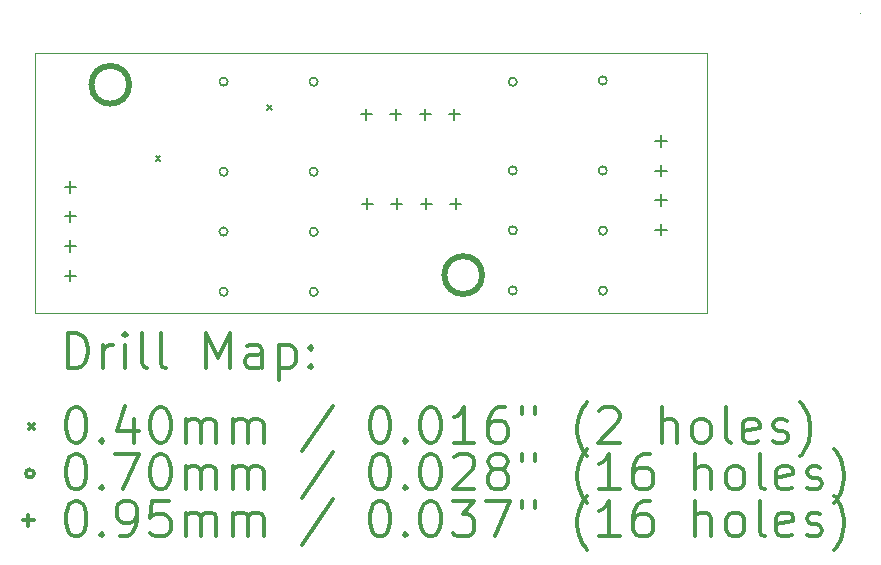
<source format=gbr>
%FSLAX45Y45*%
G04 Gerber Fmt 4.5, Leading zero omitted, Abs format (unit mm)*
G04 Created by KiCad (PCBNEW (5.1.2)-2) date 2020-12-09 13:32:42*
%MOMM*%
%LPD*%
G04 APERTURE LIST*
%ADD10C,0.500000*%
%ADD11C,0.100000*%
%ADD12C,0.050000*%
%ADD13C,0.200000*%
%ADD14C,0.300000*%
G04 APERTURE END LIST*
D10*
X12679660Y-6666484D02*
G75*
G03X12679660Y-6666484I-160000J0D01*
G01*
X9691096Y-5055128D02*
G75*
G03X9691096Y-5055128I-160000J0D01*
G01*
D11*
X8890000Y-4787900D02*
X8890000Y-6985000D01*
X14579600Y-4787900D02*
X8890000Y-4787900D01*
X14579600Y-6985000D02*
X14579600Y-4787900D01*
X8890000Y-6985000D02*
X14579600Y-6985000D01*
D12*
X15875000Y-4451350D02*
X15875000Y-4451350D01*
D13*
X9914448Y-5657408D02*
X9954448Y-5697408D01*
X9954448Y-5657408D02*
X9914448Y-5697408D01*
X10861868Y-5230180D02*
X10901868Y-5270180D01*
X10901868Y-5230180D02*
X10861868Y-5270180D01*
X12973760Y-5029000D02*
G75*
G03X12973760Y-5029000I-35000J0D01*
G01*
X12973760Y-5781040D02*
G75*
G03X12973760Y-5781040I-35000J0D01*
G01*
X12973760Y-6288040D02*
G75*
G03X12973760Y-6288040I-35000J0D01*
G01*
X12973760Y-6797040D02*
G75*
G03X12973760Y-6797040I-35000J0D01*
G01*
X13735760Y-5019040D02*
G75*
G03X13735760Y-5019040I-35000J0D01*
G01*
X13735760Y-5781040D02*
G75*
G03X13735760Y-5781040I-35000J0D01*
G01*
X13736760Y-6290040D02*
G75*
G03X13736760Y-6290040I-35000J0D01*
G01*
X13736760Y-6798040D02*
G75*
G03X13736760Y-6798040I-35000J0D01*
G01*
X10525200Y-5029000D02*
G75*
G03X10525200Y-5029000I-35000J0D01*
G01*
X10525200Y-5791200D02*
G75*
G03X10525200Y-5791200I-35000J0D01*
G01*
X10525200Y-6298200D02*
G75*
G03X10525200Y-6298200I-35000J0D01*
G01*
X10525200Y-6807200D02*
G75*
G03X10525200Y-6807200I-35000J0D01*
G01*
X11287200Y-5029200D02*
G75*
G03X11287200Y-5029200I-35000J0D01*
G01*
X11287200Y-5791200D02*
G75*
G03X11287200Y-5791200I-35000J0D01*
G01*
X11288200Y-6300200D02*
G75*
G03X11288200Y-6300200I-35000J0D01*
G01*
X11288200Y-6808200D02*
G75*
G03X11288200Y-6808200I-35000J0D01*
G01*
X14193520Y-5483920D02*
X14193520Y-5578920D01*
X14146020Y-5531420D02*
X14241020Y-5531420D01*
X14193520Y-5733920D02*
X14193520Y-5828920D01*
X14146020Y-5781420D02*
X14241020Y-5781420D01*
X14193520Y-5983920D02*
X14193520Y-6078920D01*
X14146020Y-6031420D02*
X14241020Y-6031420D01*
X14193520Y-6233920D02*
X14193520Y-6328920D01*
X14146020Y-6281420D02*
X14241020Y-6281420D01*
X11706160Y-6012940D02*
X11706160Y-6107940D01*
X11658660Y-6060440D02*
X11753660Y-6060440D01*
X11956160Y-6012940D02*
X11956160Y-6107940D01*
X11908660Y-6060440D02*
X12003660Y-6060440D01*
X12206160Y-6012940D02*
X12206160Y-6107940D01*
X12158660Y-6060440D02*
X12253660Y-6060440D01*
X12456640Y-6012940D02*
X12456640Y-6107940D01*
X12409140Y-6060440D02*
X12504140Y-6060440D01*
X9192260Y-5872540D02*
X9192260Y-5967540D01*
X9144760Y-5920040D02*
X9239760Y-5920040D01*
X9192260Y-6122540D02*
X9192260Y-6217540D01*
X9144760Y-6170040D02*
X9239760Y-6170040D01*
X9192260Y-6372540D02*
X9192260Y-6467540D01*
X9144760Y-6420040D02*
X9239760Y-6420040D01*
X9192260Y-6622540D02*
X9192260Y-6717540D01*
X9144760Y-6670040D02*
X9239760Y-6670040D01*
X11698540Y-5256020D02*
X11698540Y-5351020D01*
X11651040Y-5303520D02*
X11746040Y-5303520D01*
X11948540Y-5256020D02*
X11948540Y-5351020D01*
X11901040Y-5303520D02*
X11996040Y-5303520D01*
X12198540Y-5256020D02*
X12198540Y-5351020D01*
X12151040Y-5303520D02*
X12246040Y-5303520D01*
X12443940Y-5256020D02*
X12443940Y-5351020D01*
X12396440Y-5303520D02*
X12491440Y-5303520D01*
D14*
X9171428Y-7455714D02*
X9171428Y-7155714D01*
X9242857Y-7155714D01*
X9285714Y-7170000D01*
X9314286Y-7198571D01*
X9328571Y-7227143D01*
X9342857Y-7284286D01*
X9342857Y-7327143D01*
X9328571Y-7384286D01*
X9314286Y-7412857D01*
X9285714Y-7441429D01*
X9242857Y-7455714D01*
X9171428Y-7455714D01*
X9471428Y-7455714D02*
X9471428Y-7255714D01*
X9471428Y-7312857D02*
X9485714Y-7284286D01*
X9500000Y-7270000D01*
X9528571Y-7255714D01*
X9557143Y-7255714D01*
X9657143Y-7455714D02*
X9657143Y-7255714D01*
X9657143Y-7155714D02*
X9642857Y-7170000D01*
X9657143Y-7184286D01*
X9671428Y-7170000D01*
X9657143Y-7155714D01*
X9657143Y-7184286D01*
X9842857Y-7455714D02*
X9814286Y-7441429D01*
X9800000Y-7412857D01*
X9800000Y-7155714D01*
X10000000Y-7455714D02*
X9971428Y-7441429D01*
X9957143Y-7412857D01*
X9957143Y-7155714D01*
X10342857Y-7455714D02*
X10342857Y-7155714D01*
X10442857Y-7370000D01*
X10542857Y-7155714D01*
X10542857Y-7455714D01*
X10814286Y-7455714D02*
X10814286Y-7298571D01*
X10800000Y-7270000D01*
X10771428Y-7255714D01*
X10714286Y-7255714D01*
X10685714Y-7270000D01*
X10814286Y-7441429D02*
X10785714Y-7455714D01*
X10714286Y-7455714D01*
X10685714Y-7441429D01*
X10671428Y-7412857D01*
X10671428Y-7384286D01*
X10685714Y-7355714D01*
X10714286Y-7341429D01*
X10785714Y-7341429D01*
X10814286Y-7327143D01*
X10957143Y-7255714D02*
X10957143Y-7555714D01*
X10957143Y-7270000D02*
X10985714Y-7255714D01*
X11042857Y-7255714D01*
X11071428Y-7270000D01*
X11085714Y-7284286D01*
X11100000Y-7312857D01*
X11100000Y-7398571D01*
X11085714Y-7427143D01*
X11071428Y-7441429D01*
X11042857Y-7455714D01*
X10985714Y-7455714D01*
X10957143Y-7441429D01*
X11228571Y-7427143D02*
X11242857Y-7441429D01*
X11228571Y-7455714D01*
X11214286Y-7441429D01*
X11228571Y-7427143D01*
X11228571Y-7455714D01*
X11228571Y-7270000D02*
X11242857Y-7284286D01*
X11228571Y-7298571D01*
X11214286Y-7284286D01*
X11228571Y-7270000D01*
X11228571Y-7298571D01*
X8845000Y-7930000D02*
X8885000Y-7970000D01*
X8885000Y-7930000D02*
X8845000Y-7970000D01*
X9228571Y-7785714D02*
X9257143Y-7785714D01*
X9285714Y-7800000D01*
X9300000Y-7814286D01*
X9314286Y-7842857D01*
X9328571Y-7900000D01*
X9328571Y-7971429D01*
X9314286Y-8028571D01*
X9300000Y-8057143D01*
X9285714Y-8071429D01*
X9257143Y-8085714D01*
X9228571Y-8085714D01*
X9200000Y-8071429D01*
X9185714Y-8057143D01*
X9171428Y-8028571D01*
X9157143Y-7971429D01*
X9157143Y-7900000D01*
X9171428Y-7842857D01*
X9185714Y-7814286D01*
X9200000Y-7800000D01*
X9228571Y-7785714D01*
X9457143Y-8057143D02*
X9471428Y-8071429D01*
X9457143Y-8085714D01*
X9442857Y-8071429D01*
X9457143Y-8057143D01*
X9457143Y-8085714D01*
X9728571Y-7885714D02*
X9728571Y-8085714D01*
X9657143Y-7771429D02*
X9585714Y-7985714D01*
X9771428Y-7985714D01*
X9942857Y-7785714D02*
X9971428Y-7785714D01*
X10000000Y-7800000D01*
X10014286Y-7814286D01*
X10028571Y-7842857D01*
X10042857Y-7900000D01*
X10042857Y-7971429D01*
X10028571Y-8028571D01*
X10014286Y-8057143D01*
X10000000Y-8071429D01*
X9971428Y-8085714D01*
X9942857Y-8085714D01*
X9914286Y-8071429D01*
X9900000Y-8057143D01*
X9885714Y-8028571D01*
X9871428Y-7971429D01*
X9871428Y-7900000D01*
X9885714Y-7842857D01*
X9900000Y-7814286D01*
X9914286Y-7800000D01*
X9942857Y-7785714D01*
X10171428Y-8085714D02*
X10171428Y-7885714D01*
X10171428Y-7914286D02*
X10185714Y-7900000D01*
X10214286Y-7885714D01*
X10257143Y-7885714D01*
X10285714Y-7900000D01*
X10300000Y-7928571D01*
X10300000Y-8085714D01*
X10300000Y-7928571D02*
X10314286Y-7900000D01*
X10342857Y-7885714D01*
X10385714Y-7885714D01*
X10414286Y-7900000D01*
X10428571Y-7928571D01*
X10428571Y-8085714D01*
X10571428Y-8085714D02*
X10571428Y-7885714D01*
X10571428Y-7914286D02*
X10585714Y-7900000D01*
X10614286Y-7885714D01*
X10657143Y-7885714D01*
X10685714Y-7900000D01*
X10700000Y-7928571D01*
X10700000Y-8085714D01*
X10700000Y-7928571D02*
X10714286Y-7900000D01*
X10742857Y-7885714D01*
X10785714Y-7885714D01*
X10814286Y-7900000D01*
X10828571Y-7928571D01*
X10828571Y-8085714D01*
X11414286Y-7771429D02*
X11157143Y-8157143D01*
X11800000Y-7785714D02*
X11828571Y-7785714D01*
X11857143Y-7800000D01*
X11871428Y-7814286D01*
X11885714Y-7842857D01*
X11900000Y-7900000D01*
X11900000Y-7971429D01*
X11885714Y-8028571D01*
X11871428Y-8057143D01*
X11857143Y-8071429D01*
X11828571Y-8085714D01*
X11800000Y-8085714D01*
X11771428Y-8071429D01*
X11757143Y-8057143D01*
X11742857Y-8028571D01*
X11728571Y-7971429D01*
X11728571Y-7900000D01*
X11742857Y-7842857D01*
X11757143Y-7814286D01*
X11771428Y-7800000D01*
X11800000Y-7785714D01*
X12028571Y-8057143D02*
X12042857Y-8071429D01*
X12028571Y-8085714D01*
X12014286Y-8071429D01*
X12028571Y-8057143D01*
X12028571Y-8085714D01*
X12228571Y-7785714D02*
X12257143Y-7785714D01*
X12285714Y-7800000D01*
X12300000Y-7814286D01*
X12314286Y-7842857D01*
X12328571Y-7900000D01*
X12328571Y-7971429D01*
X12314286Y-8028571D01*
X12300000Y-8057143D01*
X12285714Y-8071429D01*
X12257143Y-8085714D01*
X12228571Y-8085714D01*
X12200000Y-8071429D01*
X12185714Y-8057143D01*
X12171428Y-8028571D01*
X12157143Y-7971429D01*
X12157143Y-7900000D01*
X12171428Y-7842857D01*
X12185714Y-7814286D01*
X12200000Y-7800000D01*
X12228571Y-7785714D01*
X12614286Y-8085714D02*
X12442857Y-8085714D01*
X12528571Y-8085714D02*
X12528571Y-7785714D01*
X12500000Y-7828571D01*
X12471428Y-7857143D01*
X12442857Y-7871429D01*
X12871428Y-7785714D02*
X12814286Y-7785714D01*
X12785714Y-7800000D01*
X12771428Y-7814286D01*
X12742857Y-7857143D01*
X12728571Y-7914286D01*
X12728571Y-8028571D01*
X12742857Y-8057143D01*
X12757143Y-8071429D01*
X12785714Y-8085714D01*
X12842857Y-8085714D01*
X12871428Y-8071429D01*
X12885714Y-8057143D01*
X12900000Y-8028571D01*
X12900000Y-7957143D01*
X12885714Y-7928571D01*
X12871428Y-7914286D01*
X12842857Y-7900000D01*
X12785714Y-7900000D01*
X12757143Y-7914286D01*
X12742857Y-7928571D01*
X12728571Y-7957143D01*
X13014286Y-7785714D02*
X13014286Y-7842857D01*
X13128571Y-7785714D02*
X13128571Y-7842857D01*
X13571428Y-8200000D02*
X13557143Y-8185714D01*
X13528571Y-8142857D01*
X13514286Y-8114286D01*
X13500000Y-8071429D01*
X13485714Y-8000000D01*
X13485714Y-7942857D01*
X13500000Y-7871429D01*
X13514286Y-7828571D01*
X13528571Y-7800000D01*
X13557143Y-7757143D01*
X13571428Y-7742857D01*
X13671428Y-7814286D02*
X13685714Y-7800000D01*
X13714286Y-7785714D01*
X13785714Y-7785714D01*
X13814286Y-7800000D01*
X13828571Y-7814286D01*
X13842857Y-7842857D01*
X13842857Y-7871429D01*
X13828571Y-7914286D01*
X13657143Y-8085714D01*
X13842857Y-8085714D01*
X14200000Y-8085714D02*
X14200000Y-7785714D01*
X14328571Y-8085714D02*
X14328571Y-7928571D01*
X14314286Y-7900000D01*
X14285714Y-7885714D01*
X14242857Y-7885714D01*
X14214286Y-7900000D01*
X14200000Y-7914286D01*
X14514286Y-8085714D02*
X14485714Y-8071429D01*
X14471428Y-8057143D01*
X14457143Y-8028571D01*
X14457143Y-7942857D01*
X14471428Y-7914286D01*
X14485714Y-7900000D01*
X14514286Y-7885714D01*
X14557143Y-7885714D01*
X14585714Y-7900000D01*
X14600000Y-7914286D01*
X14614286Y-7942857D01*
X14614286Y-8028571D01*
X14600000Y-8057143D01*
X14585714Y-8071429D01*
X14557143Y-8085714D01*
X14514286Y-8085714D01*
X14785714Y-8085714D02*
X14757143Y-8071429D01*
X14742857Y-8042857D01*
X14742857Y-7785714D01*
X15014286Y-8071429D02*
X14985714Y-8085714D01*
X14928571Y-8085714D01*
X14900000Y-8071429D01*
X14885714Y-8042857D01*
X14885714Y-7928571D01*
X14900000Y-7900000D01*
X14928571Y-7885714D01*
X14985714Y-7885714D01*
X15014286Y-7900000D01*
X15028571Y-7928571D01*
X15028571Y-7957143D01*
X14885714Y-7985714D01*
X15142857Y-8071429D02*
X15171428Y-8085714D01*
X15228571Y-8085714D01*
X15257143Y-8071429D01*
X15271428Y-8042857D01*
X15271428Y-8028571D01*
X15257143Y-8000000D01*
X15228571Y-7985714D01*
X15185714Y-7985714D01*
X15157143Y-7971429D01*
X15142857Y-7942857D01*
X15142857Y-7928571D01*
X15157143Y-7900000D01*
X15185714Y-7885714D01*
X15228571Y-7885714D01*
X15257143Y-7900000D01*
X15371428Y-8200000D02*
X15385714Y-8185714D01*
X15414286Y-8142857D01*
X15428571Y-8114286D01*
X15442857Y-8071429D01*
X15457143Y-8000000D01*
X15457143Y-7942857D01*
X15442857Y-7871429D01*
X15428571Y-7828571D01*
X15414286Y-7800000D01*
X15385714Y-7757143D01*
X15371428Y-7742857D01*
X8885000Y-8346000D02*
G75*
G03X8885000Y-8346000I-35000J0D01*
G01*
X9228571Y-8181714D02*
X9257143Y-8181714D01*
X9285714Y-8196000D01*
X9300000Y-8210286D01*
X9314286Y-8238857D01*
X9328571Y-8296000D01*
X9328571Y-8367429D01*
X9314286Y-8424572D01*
X9300000Y-8453143D01*
X9285714Y-8467429D01*
X9257143Y-8481714D01*
X9228571Y-8481714D01*
X9200000Y-8467429D01*
X9185714Y-8453143D01*
X9171428Y-8424572D01*
X9157143Y-8367429D01*
X9157143Y-8296000D01*
X9171428Y-8238857D01*
X9185714Y-8210286D01*
X9200000Y-8196000D01*
X9228571Y-8181714D01*
X9457143Y-8453143D02*
X9471428Y-8467429D01*
X9457143Y-8481714D01*
X9442857Y-8467429D01*
X9457143Y-8453143D01*
X9457143Y-8481714D01*
X9571428Y-8181714D02*
X9771428Y-8181714D01*
X9642857Y-8481714D01*
X9942857Y-8181714D02*
X9971428Y-8181714D01*
X10000000Y-8196000D01*
X10014286Y-8210286D01*
X10028571Y-8238857D01*
X10042857Y-8296000D01*
X10042857Y-8367429D01*
X10028571Y-8424572D01*
X10014286Y-8453143D01*
X10000000Y-8467429D01*
X9971428Y-8481714D01*
X9942857Y-8481714D01*
X9914286Y-8467429D01*
X9900000Y-8453143D01*
X9885714Y-8424572D01*
X9871428Y-8367429D01*
X9871428Y-8296000D01*
X9885714Y-8238857D01*
X9900000Y-8210286D01*
X9914286Y-8196000D01*
X9942857Y-8181714D01*
X10171428Y-8481714D02*
X10171428Y-8281714D01*
X10171428Y-8310286D02*
X10185714Y-8296000D01*
X10214286Y-8281714D01*
X10257143Y-8281714D01*
X10285714Y-8296000D01*
X10300000Y-8324571D01*
X10300000Y-8481714D01*
X10300000Y-8324571D02*
X10314286Y-8296000D01*
X10342857Y-8281714D01*
X10385714Y-8281714D01*
X10414286Y-8296000D01*
X10428571Y-8324571D01*
X10428571Y-8481714D01*
X10571428Y-8481714D02*
X10571428Y-8281714D01*
X10571428Y-8310286D02*
X10585714Y-8296000D01*
X10614286Y-8281714D01*
X10657143Y-8281714D01*
X10685714Y-8296000D01*
X10700000Y-8324571D01*
X10700000Y-8481714D01*
X10700000Y-8324571D02*
X10714286Y-8296000D01*
X10742857Y-8281714D01*
X10785714Y-8281714D01*
X10814286Y-8296000D01*
X10828571Y-8324571D01*
X10828571Y-8481714D01*
X11414286Y-8167429D02*
X11157143Y-8553143D01*
X11800000Y-8181714D02*
X11828571Y-8181714D01*
X11857143Y-8196000D01*
X11871428Y-8210286D01*
X11885714Y-8238857D01*
X11900000Y-8296000D01*
X11900000Y-8367429D01*
X11885714Y-8424572D01*
X11871428Y-8453143D01*
X11857143Y-8467429D01*
X11828571Y-8481714D01*
X11800000Y-8481714D01*
X11771428Y-8467429D01*
X11757143Y-8453143D01*
X11742857Y-8424572D01*
X11728571Y-8367429D01*
X11728571Y-8296000D01*
X11742857Y-8238857D01*
X11757143Y-8210286D01*
X11771428Y-8196000D01*
X11800000Y-8181714D01*
X12028571Y-8453143D02*
X12042857Y-8467429D01*
X12028571Y-8481714D01*
X12014286Y-8467429D01*
X12028571Y-8453143D01*
X12028571Y-8481714D01*
X12228571Y-8181714D02*
X12257143Y-8181714D01*
X12285714Y-8196000D01*
X12300000Y-8210286D01*
X12314286Y-8238857D01*
X12328571Y-8296000D01*
X12328571Y-8367429D01*
X12314286Y-8424572D01*
X12300000Y-8453143D01*
X12285714Y-8467429D01*
X12257143Y-8481714D01*
X12228571Y-8481714D01*
X12200000Y-8467429D01*
X12185714Y-8453143D01*
X12171428Y-8424572D01*
X12157143Y-8367429D01*
X12157143Y-8296000D01*
X12171428Y-8238857D01*
X12185714Y-8210286D01*
X12200000Y-8196000D01*
X12228571Y-8181714D01*
X12442857Y-8210286D02*
X12457143Y-8196000D01*
X12485714Y-8181714D01*
X12557143Y-8181714D01*
X12585714Y-8196000D01*
X12600000Y-8210286D01*
X12614286Y-8238857D01*
X12614286Y-8267429D01*
X12600000Y-8310286D01*
X12428571Y-8481714D01*
X12614286Y-8481714D01*
X12785714Y-8310286D02*
X12757143Y-8296000D01*
X12742857Y-8281714D01*
X12728571Y-8253143D01*
X12728571Y-8238857D01*
X12742857Y-8210286D01*
X12757143Y-8196000D01*
X12785714Y-8181714D01*
X12842857Y-8181714D01*
X12871428Y-8196000D01*
X12885714Y-8210286D01*
X12900000Y-8238857D01*
X12900000Y-8253143D01*
X12885714Y-8281714D01*
X12871428Y-8296000D01*
X12842857Y-8310286D01*
X12785714Y-8310286D01*
X12757143Y-8324571D01*
X12742857Y-8338857D01*
X12728571Y-8367429D01*
X12728571Y-8424572D01*
X12742857Y-8453143D01*
X12757143Y-8467429D01*
X12785714Y-8481714D01*
X12842857Y-8481714D01*
X12871428Y-8467429D01*
X12885714Y-8453143D01*
X12900000Y-8424572D01*
X12900000Y-8367429D01*
X12885714Y-8338857D01*
X12871428Y-8324571D01*
X12842857Y-8310286D01*
X13014286Y-8181714D02*
X13014286Y-8238857D01*
X13128571Y-8181714D02*
X13128571Y-8238857D01*
X13571428Y-8596000D02*
X13557143Y-8581714D01*
X13528571Y-8538857D01*
X13514286Y-8510286D01*
X13500000Y-8467429D01*
X13485714Y-8396000D01*
X13485714Y-8338857D01*
X13500000Y-8267429D01*
X13514286Y-8224571D01*
X13528571Y-8196000D01*
X13557143Y-8153143D01*
X13571428Y-8138857D01*
X13842857Y-8481714D02*
X13671428Y-8481714D01*
X13757143Y-8481714D02*
X13757143Y-8181714D01*
X13728571Y-8224571D01*
X13700000Y-8253143D01*
X13671428Y-8267429D01*
X14100000Y-8181714D02*
X14042857Y-8181714D01*
X14014286Y-8196000D01*
X14000000Y-8210286D01*
X13971428Y-8253143D01*
X13957143Y-8310286D01*
X13957143Y-8424572D01*
X13971428Y-8453143D01*
X13985714Y-8467429D01*
X14014286Y-8481714D01*
X14071428Y-8481714D01*
X14100000Y-8467429D01*
X14114286Y-8453143D01*
X14128571Y-8424572D01*
X14128571Y-8353143D01*
X14114286Y-8324571D01*
X14100000Y-8310286D01*
X14071428Y-8296000D01*
X14014286Y-8296000D01*
X13985714Y-8310286D01*
X13971428Y-8324571D01*
X13957143Y-8353143D01*
X14485714Y-8481714D02*
X14485714Y-8181714D01*
X14614286Y-8481714D02*
X14614286Y-8324571D01*
X14600000Y-8296000D01*
X14571428Y-8281714D01*
X14528571Y-8281714D01*
X14500000Y-8296000D01*
X14485714Y-8310286D01*
X14800000Y-8481714D02*
X14771428Y-8467429D01*
X14757143Y-8453143D01*
X14742857Y-8424572D01*
X14742857Y-8338857D01*
X14757143Y-8310286D01*
X14771428Y-8296000D01*
X14800000Y-8281714D01*
X14842857Y-8281714D01*
X14871428Y-8296000D01*
X14885714Y-8310286D01*
X14900000Y-8338857D01*
X14900000Y-8424572D01*
X14885714Y-8453143D01*
X14871428Y-8467429D01*
X14842857Y-8481714D01*
X14800000Y-8481714D01*
X15071428Y-8481714D02*
X15042857Y-8467429D01*
X15028571Y-8438857D01*
X15028571Y-8181714D01*
X15300000Y-8467429D02*
X15271428Y-8481714D01*
X15214286Y-8481714D01*
X15185714Y-8467429D01*
X15171428Y-8438857D01*
X15171428Y-8324571D01*
X15185714Y-8296000D01*
X15214286Y-8281714D01*
X15271428Y-8281714D01*
X15300000Y-8296000D01*
X15314286Y-8324571D01*
X15314286Y-8353143D01*
X15171428Y-8381714D01*
X15428571Y-8467429D02*
X15457143Y-8481714D01*
X15514286Y-8481714D01*
X15542857Y-8467429D01*
X15557143Y-8438857D01*
X15557143Y-8424572D01*
X15542857Y-8396000D01*
X15514286Y-8381714D01*
X15471428Y-8381714D01*
X15442857Y-8367429D01*
X15428571Y-8338857D01*
X15428571Y-8324571D01*
X15442857Y-8296000D01*
X15471428Y-8281714D01*
X15514286Y-8281714D01*
X15542857Y-8296000D01*
X15657143Y-8596000D02*
X15671428Y-8581714D01*
X15700000Y-8538857D01*
X15714286Y-8510286D01*
X15728571Y-8467429D01*
X15742857Y-8396000D01*
X15742857Y-8338857D01*
X15728571Y-8267429D01*
X15714286Y-8224571D01*
X15700000Y-8196000D01*
X15671428Y-8153143D01*
X15657143Y-8138857D01*
X8837500Y-8694500D02*
X8837500Y-8789500D01*
X8790000Y-8742000D02*
X8885000Y-8742000D01*
X9228571Y-8577714D02*
X9257143Y-8577714D01*
X9285714Y-8592000D01*
X9300000Y-8606286D01*
X9314286Y-8634857D01*
X9328571Y-8692000D01*
X9328571Y-8763429D01*
X9314286Y-8820572D01*
X9300000Y-8849143D01*
X9285714Y-8863429D01*
X9257143Y-8877714D01*
X9228571Y-8877714D01*
X9200000Y-8863429D01*
X9185714Y-8849143D01*
X9171428Y-8820572D01*
X9157143Y-8763429D01*
X9157143Y-8692000D01*
X9171428Y-8634857D01*
X9185714Y-8606286D01*
X9200000Y-8592000D01*
X9228571Y-8577714D01*
X9457143Y-8849143D02*
X9471428Y-8863429D01*
X9457143Y-8877714D01*
X9442857Y-8863429D01*
X9457143Y-8849143D01*
X9457143Y-8877714D01*
X9614286Y-8877714D02*
X9671428Y-8877714D01*
X9700000Y-8863429D01*
X9714286Y-8849143D01*
X9742857Y-8806286D01*
X9757143Y-8749143D01*
X9757143Y-8634857D01*
X9742857Y-8606286D01*
X9728571Y-8592000D01*
X9700000Y-8577714D01*
X9642857Y-8577714D01*
X9614286Y-8592000D01*
X9600000Y-8606286D01*
X9585714Y-8634857D01*
X9585714Y-8706286D01*
X9600000Y-8734857D01*
X9614286Y-8749143D01*
X9642857Y-8763429D01*
X9700000Y-8763429D01*
X9728571Y-8749143D01*
X9742857Y-8734857D01*
X9757143Y-8706286D01*
X10028571Y-8577714D02*
X9885714Y-8577714D01*
X9871428Y-8720572D01*
X9885714Y-8706286D01*
X9914286Y-8692000D01*
X9985714Y-8692000D01*
X10014286Y-8706286D01*
X10028571Y-8720572D01*
X10042857Y-8749143D01*
X10042857Y-8820572D01*
X10028571Y-8849143D01*
X10014286Y-8863429D01*
X9985714Y-8877714D01*
X9914286Y-8877714D01*
X9885714Y-8863429D01*
X9871428Y-8849143D01*
X10171428Y-8877714D02*
X10171428Y-8677714D01*
X10171428Y-8706286D02*
X10185714Y-8692000D01*
X10214286Y-8677714D01*
X10257143Y-8677714D01*
X10285714Y-8692000D01*
X10300000Y-8720572D01*
X10300000Y-8877714D01*
X10300000Y-8720572D02*
X10314286Y-8692000D01*
X10342857Y-8677714D01*
X10385714Y-8677714D01*
X10414286Y-8692000D01*
X10428571Y-8720572D01*
X10428571Y-8877714D01*
X10571428Y-8877714D02*
X10571428Y-8677714D01*
X10571428Y-8706286D02*
X10585714Y-8692000D01*
X10614286Y-8677714D01*
X10657143Y-8677714D01*
X10685714Y-8692000D01*
X10700000Y-8720572D01*
X10700000Y-8877714D01*
X10700000Y-8720572D02*
X10714286Y-8692000D01*
X10742857Y-8677714D01*
X10785714Y-8677714D01*
X10814286Y-8692000D01*
X10828571Y-8720572D01*
X10828571Y-8877714D01*
X11414286Y-8563429D02*
X11157143Y-8949143D01*
X11800000Y-8577714D02*
X11828571Y-8577714D01*
X11857143Y-8592000D01*
X11871428Y-8606286D01*
X11885714Y-8634857D01*
X11900000Y-8692000D01*
X11900000Y-8763429D01*
X11885714Y-8820572D01*
X11871428Y-8849143D01*
X11857143Y-8863429D01*
X11828571Y-8877714D01*
X11800000Y-8877714D01*
X11771428Y-8863429D01*
X11757143Y-8849143D01*
X11742857Y-8820572D01*
X11728571Y-8763429D01*
X11728571Y-8692000D01*
X11742857Y-8634857D01*
X11757143Y-8606286D01*
X11771428Y-8592000D01*
X11800000Y-8577714D01*
X12028571Y-8849143D02*
X12042857Y-8863429D01*
X12028571Y-8877714D01*
X12014286Y-8863429D01*
X12028571Y-8849143D01*
X12028571Y-8877714D01*
X12228571Y-8577714D02*
X12257143Y-8577714D01*
X12285714Y-8592000D01*
X12300000Y-8606286D01*
X12314286Y-8634857D01*
X12328571Y-8692000D01*
X12328571Y-8763429D01*
X12314286Y-8820572D01*
X12300000Y-8849143D01*
X12285714Y-8863429D01*
X12257143Y-8877714D01*
X12228571Y-8877714D01*
X12200000Y-8863429D01*
X12185714Y-8849143D01*
X12171428Y-8820572D01*
X12157143Y-8763429D01*
X12157143Y-8692000D01*
X12171428Y-8634857D01*
X12185714Y-8606286D01*
X12200000Y-8592000D01*
X12228571Y-8577714D01*
X12428571Y-8577714D02*
X12614286Y-8577714D01*
X12514286Y-8692000D01*
X12557143Y-8692000D01*
X12585714Y-8706286D01*
X12600000Y-8720572D01*
X12614286Y-8749143D01*
X12614286Y-8820572D01*
X12600000Y-8849143D01*
X12585714Y-8863429D01*
X12557143Y-8877714D01*
X12471428Y-8877714D01*
X12442857Y-8863429D01*
X12428571Y-8849143D01*
X12714286Y-8577714D02*
X12914286Y-8577714D01*
X12785714Y-8877714D01*
X13014286Y-8577714D02*
X13014286Y-8634857D01*
X13128571Y-8577714D02*
X13128571Y-8634857D01*
X13571428Y-8992000D02*
X13557143Y-8977714D01*
X13528571Y-8934857D01*
X13514286Y-8906286D01*
X13500000Y-8863429D01*
X13485714Y-8792000D01*
X13485714Y-8734857D01*
X13500000Y-8663429D01*
X13514286Y-8620572D01*
X13528571Y-8592000D01*
X13557143Y-8549143D01*
X13571428Y-8534857D01*
X13842857Y-8877714D02*
X13671428Y-8877714D01*
X13757143Y-8877714D02*
X13757143Y-8577714D01*
X13728571Y-8620572D01*
X13700000Y-8649143D01*
X13671428Y-8663429D01*
X14100000Y-8577714D02*
X14042857Y-8577714D01*
X14014286Y-8592000D01*
X14000000Y-8606286D01*
X13971428Y-8649143D01*
X13957143Y-8706286D01*
X13957143Y-8820572D01*
X13971428Y-8849143D01*
X13985714Y-8863429D01*
X14014286Y-8877714D01*
X14071428Y-8877714D01*
X14100000Y-8863429D01*
X14114286Y-8849143D01*
X14128571Y-8820572D01*
X14128571Y-8749143D01*
X14114286Y-8720572D01*
X14100000Y-8706286D01*
X14071428Y-8692000D01*
X14014286Y-8692000D01*
X13985714Y-8706286D01*
X13971428Y-8720572D01*
X13957143Y-8749143D01*
X14485714Y-8877714D02*
X14485714Y-8577714D01*
X14614286Y-8877714D02*
X14614286Y-8720572D01*
X14600000Y-8692000D01*
X14571428Y-8677714D01*
X14528571Y-8677714D01*
X14500000Y-8692000D01*
X14485714Y-8706286D01*
X14800000Y-8877714D02*
X14771428Y-8863429D01*
X14757143Y-8849143D01*
X14742857Y-8820572D01*
X14742857Y-8734857D01*
X14757143Y-8706286D01*
X14771428Y-8692000D01*
X14800000Y-8677714D01*
X14842857Y-8677714D01*
X14871428Y-8692000D01*
X14885714Y-8706286D01*
X14900000Y-8734857D01*
X14900000Y-8820572D01*
X14885714Y-8849143D01*
X14871428Y-8863429D01*
X14842857Y-8877714D01*
X14800000Y-8877714D01*
X15071428Y-8877714D02*
X15042857Y-8863429D01*
X15028571Y-8834857D01*
X15028571Y-8577714D01*
X15300000Y-8863429D02*
X15271428Y-8877714D01*
X15214286Y-8877714D01*
X15185714Y-8863429D01*
X15171428Y-8834857D01*
X15171428Y-8720572D01*
X15185714Y-8692000D01*
X15214286Y-8677714D01*
X15271428Y-8677714D01*
X15300000Y-8692000D01*
X15314286Y-8720572D01*
X15314286Y-8749143D01*
X15171428Y-8777714D01*
X15428571Y-8863429D02*
X15457143Y-8877714D01*
X15514286Y-8877714D01*
X15542857Y-8863429D01*
X15557143Y-8834857D01*
X15557143Y-8820572D01*
X15542857Y-8792000D01*
X15514286Y-8777714D01*
X15471428Y-8777714D01*
X15442857Y-8763429D01*
X15428571Y-8734857D01*
X15428571Y-8720572D01*
X15442857Y-8692000D01*
X15471428Y-8677714D01*
X15514286Y-8677714D01*
X15542857Y-8692000D01*
X15657143Y-8992000D02*
X15671428Y-8977714D01*
X15700000Y-8934857D01*
X15714286Y-8906286D01*
X15728571Y-8863429D01*
X15742857Y-8792000D01*
X15742857Y-8734857D01*
X15728571Y-8663429D01*
X15714286Y-8620572D01*
X15700000Y-8592000D01*
X15671428Y-8549143D01*
X15657143Y-8534857D01*
M02*

</source>
